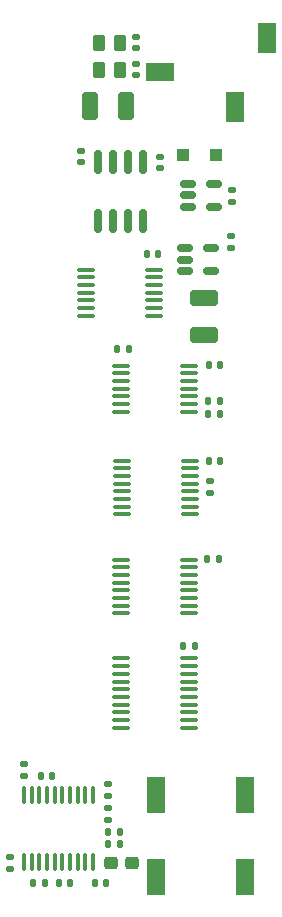
<source format=gbr>
%TF.GenerationSoftware,KiCad,Pcbnew,7.0.5-0*%
%TF.CreationDate,2023-06-15T10:43:23-05:00*%
%TF.ProjectId,PicoGUS,5069636f-4755-4532-9e6b-696361645f70,rev?*%
%TF.SameCoordinates,Original*%
%TF.FileFunction,Paste,Top*%
%TF.FilePolarity,Positive*%
%FSLAX46Y46*%
G04 Gerber Fmt 4.6, Leading zero omitted, Abs format (unit mm)*
G04 Created by KiCad (PCBNEW 7.0.5-0) date 2023-06-15 10:43:23*
%MOMM*%
%LPD*%
G01*
G04 APERTURE LIST*
G04 Aperture macros list*
%AMRoundRect*
0 Rectangle with rounded corners*
0 $1 Rounding radius*
0 $2 $3 $4 $5 $6 $7 $8 $9 X,Y pos of 4 corners*
0 Add a 4 corners polygon primitive as box body*
4,1,4,$2,$3,$4,$5,$6,$7,$8,$9,$2,$3,0*
0 Add four circle primitives for the rounded corners*
1,1,$1+$1,$2,$3*
1,1,$1+$1,$4,$5*
1,1,$1+$1,$6,$7*
1,1,$1+$1,$8,$9*
0 Add four rect primitives between the rounded corners*
20,1,$1+$1,$2,$3,$4,$5,0*
20,1,$1+$1,$4,$5,$6,$7,0*
20,1,$1+$1,$6,$7,$8,$9,0*
20,1,$1+$1,$8,$9,$2,$3,0*%
G04 Aperture macros list end*
%ADD10RoundRect,0.250000X0.312500X0.275000X-0.312500X0.275000X-0.312500X-0.275000X0.312500X-0.275000X0*%
%ADD11RoundRect,0.140000X-0.170000X0.140000X-0.170000X-0.140000X0.170000X-0.140000X0.170000X0.140000X0*%
%ADD12RoundRect,0.250000X-0.262500X-0.450000X0.262500X-0.450000X0.262500X0.450000X-0.262500X0.450000X0*%
%ADD13RoundRect,0.100000X-0.637500X-0.100000X0.637500X-0.100000X0.637500X0.100000X-0.637500X0.100000X0*%
%ADD14RoundRect,0.150000X0.150000X-0.825000X0.150000X0.825000X-0.150000X0.825000X-0.150000X-0.825000X0*%
%ADD15RoundRect,0.140000X-0.140000X-0.170000X0.140000X-0.170000X0.140000X0.170000X-0.140000X0.170000X0*%
%ADD16RoundRect,0.250000X0.412500X0.925000X-0.412500X0.925000X-0.412500X-0.925000X0.412500X-0.925000X0*%
%ADD17RoundRect,0.135000X-0.135000X-0.185000X0.135000X-0.185000X0.135000X0.185000X-0.135000X0.185000X0*%
%ADD18R,1.500000X2.650000*%
%ADD19R,2.470100X1.512000*%
%ADD20RoundRect,0.135000X0.185000X-0.135000X0.185000X0.135000X-0.185000X0.135000X-0.185000X-0.135000X0*%
%ADD21RoundRect,0.150000X-0.512500X-0.150000X0.512500X-0.150000X0.512500X0.150000X-0.512500X0.150000X0*%
%ADD22RoundRect,0.140000X0.140000X0.170000X-0.140000X0.170000X-0.140000X-0.170000X0.140000X-0.170000X0*%
%ADD23RoundRect,0.147500X0.172500X-0.147500X0.172500X0.147500X-0.172500X0.147500X-0.172500X-0.147500X0*%
%ADD24RoundRect,0.250000X-0.925000X0.412500X-0.925000X-0.412500X0.925000X-0.412500X0.925000X0.412500X0*%
%ADD25RoundRect,0.140000X0.170000X-0.140000X0.170000X0.140000X-0.170000X0.140000X-0.170000X-0.140000X0*%
%ADD26RoundRect,0.100000X0.100000X-0.637500X0.100000X0.637500X-0.100000X0.637500X-0.100000X-0.637500X0*%
%ADD27R,1.100000X1.100000*%
%ADD28R,1.500000X3.100000*%
%ADD29RoundRect,0.250000X0.262500X0.450000X-0.262500X0.450000X-0.262500X-0.450000X0.262500X-0.450000X0*%
G04 APERTURE END LIST*
D10*
%TO.C,C17*%
X132205500Y-130175000D03*
X130430500Y-130175000D03*
%TD*%
D11*
%TO.C,C10*%
X134620000Y-70386000D03*
X134620000Y-71346000D03*
%TD*%
D12*
%TO.C,R3*%
X129389500Y-62992000D03*
X131214500Y-62992000D03*
%TD*%
D13*
%TO.C,U3*%
X131318000Y-104487000D03*
X131318000Y-105137000D03*
X131318000Y-105787000D03*
X131318000Y-106437000D03*
X131318000Y-107087000D03*
X131318000Y-107737000D03*
X131318000Y-108387000D03*
X131318000Y-109037000D03*
X137043000Y-109037000D03*
X137043000Y-108387000D03*
X137043000Y-107737000D03*
X137043000Y-107087000D03*
X137043000Y-106437000D03*
X137043000Y-105787000D03*
X137043000Y-105137000D03*
X137043000Y-104487000D03*
%TD*%
%TO.C,U6*%
X128338500Y-79920000D03*
X128338500Y-80570000D03*
X128338500Y-81220000D03*
X128338500Y-81870000D03*
X128338500Y-82520000D03*
X128338500Y-83170000D03*
X128338500Y-83820000D03*
X134063500Y-83820000D03*
X134063500Y-83170000D03*
X134063500Y-82520000D03*
X134063500Y-81870000D03*
X134063500Y-81220000D03*
X134063500Y-80570000D03*
X134063500Y-79920000D03*
%TD*%
D14*
%TO.C,U8*%
X129296000Y-75791000D03*
X130566000Y-75791000D03*
X131836000Y-75791000D03*
X133106000Y-75791000D03*
X133106000Y-70841000D03*
X131836000Y-70841000D03*
X130566000Y-70841000D03*
X129296000Y-70841000D03*
%TD*%
D15*
%TO.C,C13*%
X124484000Y-122809000D03*
X125444000Y-122809000D03*
%TD*%
%TO.C,C3*%
X138712000Y-88011000D03*
X139672000Y-88011000D03*
%TD*%
D16*
%TO.C,C2*%
X131712500Y-66040000D03*
X128637500Y-66040000D03*
%TD*%
D15*
%TO.C,C9*%
X138585000Y-104394000D03*
X139545000Y-104394000D03*
%TD*%
D17*
%TO.C,R6*%
X130169000Y-127508000D03*
X131189000Y-127508000D03*
%TD*%
D15*
%TO.C,C18*%
X130199000Y-128524000D03*
X131159000Y-128524000D03*
%TD*%
D18*
%TO.C,J5*%
X140932250Y-66139000D03*
X143632250Y-60289000D03*
D19*
X134567300Y-63220000D03*
%TD*%
D15*
%TO.C,C12*%
X123853000Y-131826000D03*
X124813000Y-131826000D03*
%TD*%
D20*
%TO.C,R5*%
X130171000Y-126496000D03*
X130171000Y-125476000D03*
%TD*%
D15*
%TO.C,C7*%
X133487000Y-78568000D03*
X134447000Y-78568000D03*
%TD*%
D13*
%TO.C,U4*%
X131386500Y-96105000D03*
X131386500Y-96755000D03*
X131386500Y-97405000D03*
X131386500Y-98055000D03*
X131386500Y-98705000D03*
X131386500Y-99355000D03*
X131386500Y-100005000D03*
X131386500Y-100655000D03*
X137111500Y-100655000D03*
X137111500Y-100005000D03*
X137111500Y-99355000D03*
X137111500Y-98705000D03*
X137111500Y-98055000D03*
X137111500Y-97405000D03*
X137111500Y-96755000D03*
X137111500Y-96105000D03*
%TD*%
D11*
%TO.C,C14*%
X123059000Y-121821000D03*
X123059000Y-122781000D03*
%TD*%
D21*
%TO.C,U7*%
X136921500Y-72686000D03*
X136921500Y-73636000D03*
X136921500Y-74586000D03*
X139196500Y-74586000D03*
X139196500Y-72686000D03*
%TD*%
D13*
%TO.C,U5*%
X131318000Y-88048000D03*
X131318000Y-88698000D03*
X131318000Y-89348000D03*
X131318000Y-89998000D03*
X131318000Y-90648000D03*
X131318000Y-91298000D03*
X131318000Y-91948000D03*
X137043000Y-91948000D03*
X137043000Y-91298000D03*
X137043000Y-90648000D03*
X137043000Y-89998000D03*
X137043000Y-89348000D03*
X137043000Y-88698000D03*
X137043000Y-88048000D03*
%TD*%
D22*
%TO.C,C4*%
X137513000Y-111760000D03*
X136553000Y-111760000D03*
%TD*%
D23*
%TO.C,L1*%
X132588000Y-63477000D03*
X132588000Y-62507000D03*
%TD*%
D24*
%TO.C,C1*%
X138313000Y-82364500D03*
X138313000Y-85439500D03*
%TD*%
D25*
%TO.C,C6*%
X140599000Y-78077000D03*
X140599000Y-77117000D03*
%TD*%
D23*
%TO.C,L2*%
X132588000Y-61191000D03*
X132588000Y-60221000D03*
%TD*%
D17*
%TO.C,R1*%
X130935000Y-86614000D03*
X131955000Y-86614000D03*
%TD*%
D26*
%TO.C,U10*%
X123059000Y-130116500D03*
X123709000Y-130116500D03*
X124359000Y-130116500D03*
X125009000Y-130116500D03*
X125659000Y-130116500D03*
X126309000Y-130116500D03*
X126959000Y-130116500D03*
X127609000Y-130116500D03*
X128259000Y-130116500D03*
X128909000Y-130116500D03*
X128909000Y-124391500D03*
X128259000Y-124391500D03*
X127609000Y-124391500D03*
X126959000Y-124391500D03*
X126309000Y-124391500D03*
X125659000Y-124391500D03*
X125009000Y-124391500D03*
X124359000Y-124391500D03*
X123709000Y-124391500D03*
X123059000Y-124391500D03*
%TD*%
D20*
%TO.C,R2*%
X138811000Y-98808000D03*
X138811000Y-97788000D03*
%TD*%
D22*
%TO.C,C16*%
X130020000Y-131826000D03*
X129060000Y-131826000D03*
%TD*%
D15*
%TO.C,C11*%
X126012000Y-131826000D03*
X126972000Y-131826000D03*
%TD*%
D17*
%TO.C,R8*%
X138684000Y-92160000D03*
X139704000Y-92160000D03*
%TD*%
D27*
%TO.C,D1*%
X139335000Y-70186000D03*
X136535000Y-70186000D03*
%TD*%
D21*
%TO.C,U9*%
X136667500Y-78126000D03*
X136667500Y-79076000D03*
X136667500Y-80026000D03*
X138942500Y-80026000D03*
X138942500Y-78126000D03*
%TD*%
D11*
%TO.C,C20*%
X140716000Y-73208000D03*
X140716000Y-74168000D03*
%TD*%
%TO.C,C19*%
X130171000Y-123502000D03*
X130171000Y-124462000D03*
%TD*%
%TO.C,C15*%
X121920000Y-129695000D03*
X121920000Y-130655000D03*
%TD*%
%TO.C,C8*%
X127889000Y-69878000D03*
X127889000Y-70838000D03*
%TD*%
D13*
%TO.C,U2*%
X131318000Y-112850000D03*
X131318000Y-113500000D03*
X131318000Y-114150000D03*
X131318000Y-114800000D03*
X131318000Y-115450000D03*
X131318000Y-116100000D03*
X131318000Y-116750000D03*
X131318000Y-117400000D03*
X131318000Y-118050000D03*
X131318000Y-118700000D03*
X137043000Y-118700000D03*
X137043000Y-118050000D03*
X137043000Y-117400000D03*
X137043000Y-116750000D03*
X137043000Y-116100000D03*
X137043000Y-115450000D03*
X137043000Y-114800000D03*
X137043000Y-114150000D03*
X137043000Y-113500000D03*
X137043000Y-112850000D03*
%TD*%
D28*
%TO.C,J1*%
X134245000Y-131339000D03*
X134245000Y-124439000D03*
X141745000Y-124439000D03*
X141745000Y-131339000D03*
%TD*%
D15*
%TO.C,C5*%
X138712000Y-96139000D03*
X139672000Y-96139000D03*
%TD*%
D29*
%TO.C,R4*%
X131214500Y-60706000D03*
X129389500Y-60706000D03*
%TD*%
D17*
%TO.C,R7*%
X138682000Y-91059000D03*
X139702000Y-91059000D03*
%TD*%
M02*

</source>
